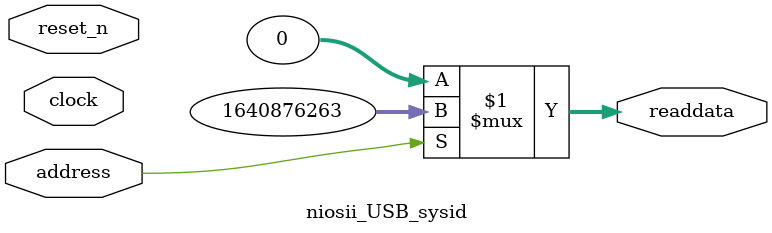
<source format=v>



// synthesis translate_off
`timescale 1ns / 1ps
// synthesis translate_on

// turn off superfluous verilog processor warnings 
// altera message_level Level1 
// altera message_off 10034 10035 10036 10037 10230 10240 10030 

module niosii_USB_sysid (
               // inputs:
                address,
                clock,
                reset_n,

               // outputs:
                readdata
             )
;

  output  [ 31: 0] readdata;
  input            address;
  input            clock;
  input            reset_n;

  wire    [ 31: 0] readdata;
  //control_slave, which is an e_avalon_slave
  assign readdata = address ? 1640876263 : 0;

endmodule



</source>
